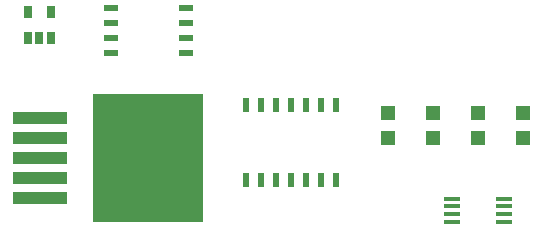
<source format=gtp>
G04 #@! TF.FileFunction,Paste,Top*
%FSLAX46Y46*%
G04 Gerber Fmt 4.6, Leading zero omitted, Abs format (unit mm)*
G04 Created by KiCad (PCBNEW 4.0.1-stable) date 11/19/2016 2:54:23 PM*
%MOMM*%
G01*
G04 APERTURE LIST*
%ADD10C,0.100000*%
%ADD11R,1.143000X0.508000*%
%ADD12R,1.198880X1.198880*%
%ADD13R,1.450000X0.450000*%
%ADD14R,0.650000X1.060000*%
%ADD15R,0.508000X1.143000*%
%ADD16R,4.600000X1.100000*%
%ADD17R,9.400000X10.800000*%
G04 APERTURE END LIST*
D10*
D11*
X149225000Y-67310000D03*
X149225000Y-68580000D03*
X149225000Y-69850000D03*
X149225000Y-71120000D03*
X142875000Y-71120000D03*
X142875000Y-69850000D03*
X142875000Y-68580000D03*
X142875000Y-67310000D03*
D12*
X166370000Y-76200000D03*
X166370000Y-78298040D03*
X177800000Y-76200000D03*
X177800000Y-78298040D03*
X173990000Y-76200000D03*
X173990000Y-78298040D03*
X170180000Y-76200000D03*
X170180000Y-78298040D03*
D13*
X171790000Y-83480000D03*
X171790000Y-84130000D03*
X171790000Y-84780000D03*
X171790000Y-85430000D03*
X176190000Y-85430000D03*
X176190000Y-84780000D03*
X176190000Y-84130000D03*
X176190000Y-83480000D03*
D14*
X135890000Y-69850000D03*
X136840000Y-69850000D03*
X137790000Y-69850000D03*
X137790000Y-67650000D03*
X135890000Y-67650000D03*
D15*
X154305000Y-81915000D03*
X155575000Y-81915000D03*
X156845000Y-81915000D03*
X158115000Y-81915000D03*
X159385000Y-81915000D03*
X160655000Y-81915000D03*
X161925000Y-81915000D03*
X161925000Y-75565000D03*
X160655000Y-75565000D03*
X158115000Y-75565000D03*
X156845000Y-75565000D03*
X155575000Y-75565000D03*
X154305000Y-75565000D03*
X159385000Y-75565000D03*
D16*
X136900000Y-83410000D03*
X136900000Y-81710000D03*
X136900000Y-78310000D03*
D17*
X146050000Y-80010000D03*
D16*
X136900000Y-80010000D03*
X136900000Y-76610000D03*
M02*

</source>
